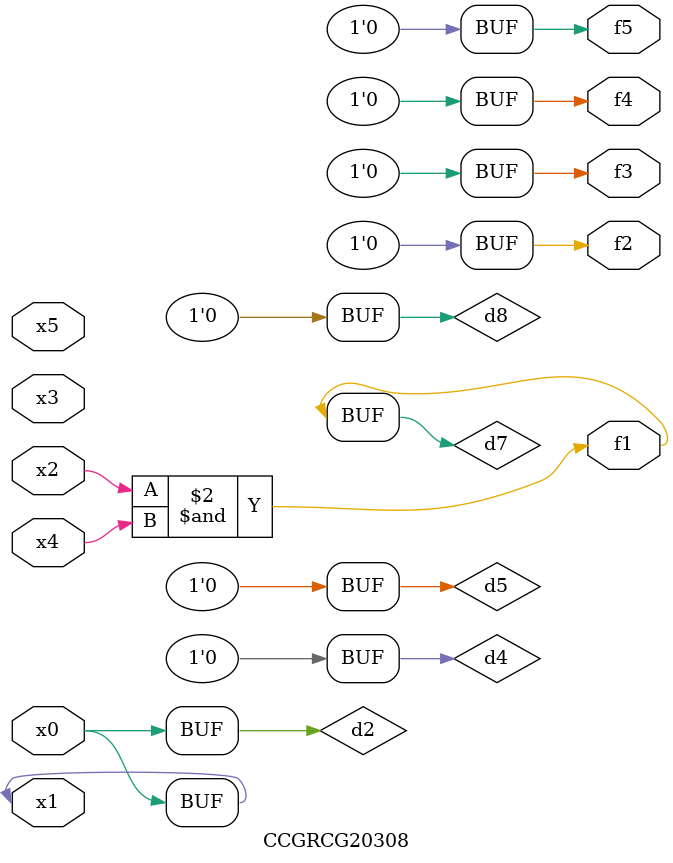
<source format=v>
module CCGRCG20308(
	input x0, x1, x2, x3, x4, x5,
	output f1, f2, f3, f4, f5
);

	wire d1, d2, d3, d4, d5, d6, d7, d8, d9;

	nand (d1, x1);
	buf (d2, x0, x1);
	nand (d3, x2, x4);
	and (d4, d1, d2);
	and (d5, d1, d2);
	nand (d6, d1, d3);
	not (d7, d3);
	xor (d8, d5);
	nor (d9, d5, d6);
	assign f1 = d7;
	assign f2 = d8;
	assign f3 = d8;
	assign f4 = d8;
	assign f5 = d8;
endmodule

</source>
